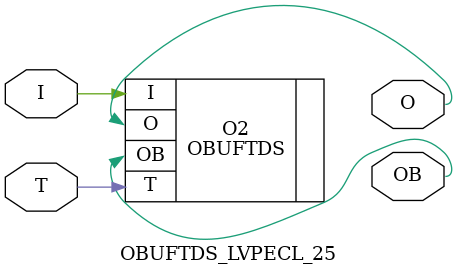
<source format=v>


`timescale  1 ps / 1 ps


module OBUFTDS_LVPECL_25 (O, OB, I, T);

    output O, OB;

    input  I, T;

	OBUFTDS #(.IOSTANDARD("LVPECL_25")) O2 (.O(O), .I(I), .OB(OB), .T(T));


endmodule



</source>
